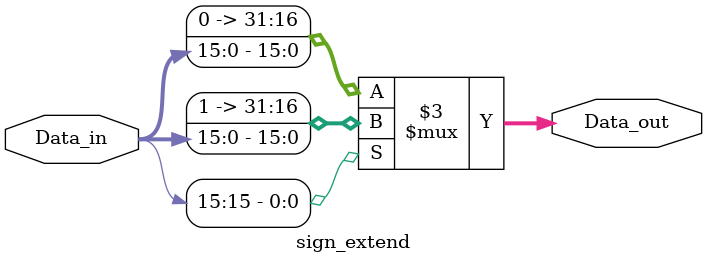
<source format=v>
module sign_extend(
input [15:0] Data_in,
output reg [31:0] Data_out);

always @*
begin
	if(Data_in[15])
	begin
        Data_out={16'b1111111111111111,Data_in};	
	end
	else
	begin
	Data_out={16'b0000000000000000,Data_in}; 
	end
end
	
endmodule
</source>
